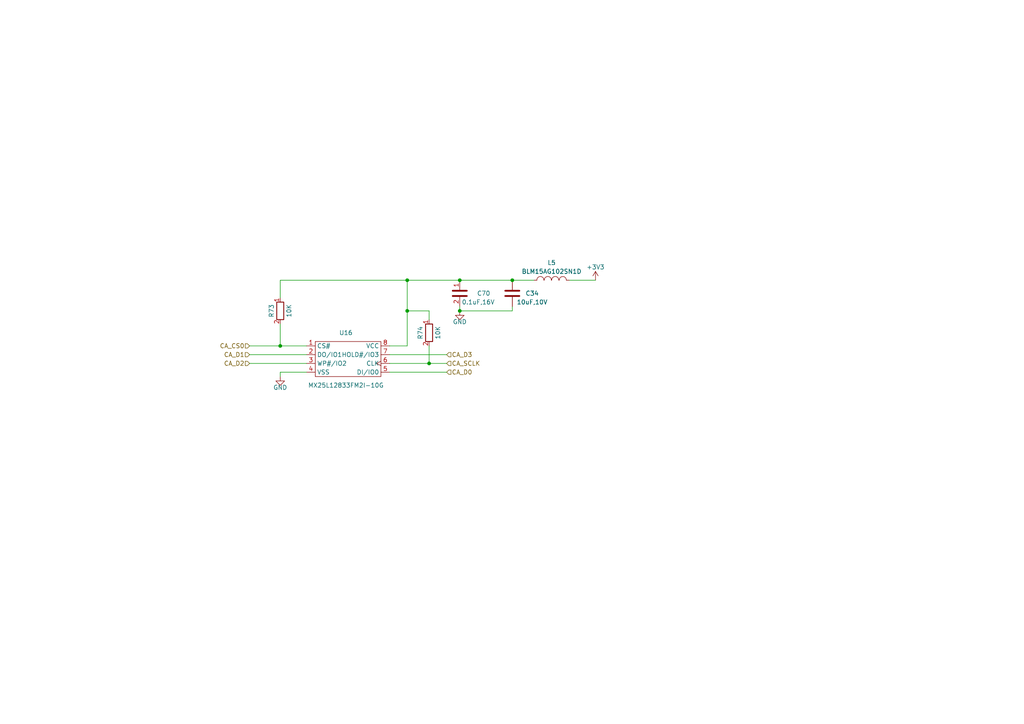
<source format=kicad_sch>
(kicad_sch (version 20230121) (generator eeschema)
  (paper "A4")
  (lib_symbols
    (symbol "0.1uF,16V_1" (pin_names (offset 0.254))
      (property "Reference" "C" (at 0.635 2.54 0))
      (property "Value" "0.1uF,16V_1" (at 0.635 -2.54 0))
      (symbol "0.1uF,16V_1_0_1"
        (polyline (pts (xy -2.032 -0.762) (xy 2.032 -0.762)) (stroke (width 0.508)))
        (polyline (pts (xy -2.032 0.762) (xy 2.032 0.762)) (stroke (width 0.508)))
      )
      (symbol "0.1uF,16V_1_1_1"
        (pin passive line (at 0 3.81 270) (length 2.794) (name "~") (number "1"))
        (pin passive line (at 0 -3.81 90) (length 2.794) (name "~") (number "2"))
      )
    )
    (symbol "02_HPM_Resis:0Ω" (pin_names (offset 0))
      (property "Reference" "R" (at -3.81 0.635 0))
      (property "Value" "0Ω" (at 5.08 0.635 0))
      (symbol "0Ω_0_1"
        (rectangle (start 2.54 -1.016) (end -2.54 1.016) (stroke (width 0.254)))
      )
      (symbol "0Ω_1_1"
        (pin passive line (at -3.81 0 0) (length 1.27) (name "~") (number "1"))
        (pin passive line (at 3.81 0 180) (length 1.27) (name "~") (number "2"))
      )
    )
    (symbol "03_HPM_CAP:10uF,10V" (pin_numbers hide) (pin_names (offset 0.254))
      (property "Reference" "C" (at 0.635 2.54 0))
      (property "Value" "10uF,10V" (at 0.635 -2.54 0))
      (symbol "10uF,10V_0_1"
        (polyline (pts (xy -2.032 -0.762) (xy 2.032 -0.762)) (stroke (width 0.508)))
        (polyline (pts (xy -2.032 0.762) (xy 2.032 0.762)) (stroke (width 0.508)))
      )
      (symbol "10uF,10V_1_1"
        (pin passive line (at 0 3.81 270) (length 2.794) (name "~") (number "1"))
        (pin passive line (at 0 -3.81 90) (length 2.794) (name "~") (number "2"))
      )
    )
    (symbol "0Ω_1" (pin_names (offset 0))
      (property "Reference" "R" (at -3.81 0.635 0))
      (property "Value" "0Ω_1" (at 5.08 0.635 0))
      (symbol "0Ω_1_0_1"
        (rectangle (start 2.54 -1.016) (end -2.54 1.016) (stroke (width 0.254)))
      )
      (symbol "0Ω_1_1_1"
        (pin passive line (at -3.81 0 0) (length 1.27) (name "~") (number "1"))
        (pin passive line (at 3.81 0 180) (length 1.27) (name "~") (number "2"))
      )
    )
    (symbol "HPM_EVK2:MX25L12833FM2I-10G"
      (property "Reference" "U" (at 0 6.35 0))
      (property "Value" "MX25L12833FM2I-10G" (at 0 -6.35 0))
      (symbol "MX25L12833FM2I-10G_0_1"
        (rectangle (start -8.89 5.08) (end 10.16 -5.08))
        (pin input line (at -11.43 3.81 0) (length 2.54) (name "CS#") (number "1"))
        (pin bidirectional line (at -11.43 1.27 0) (length 2.54) (name "DO/IO1") (number "2"))
        (pin bidirectional line (at -11.43 -1.27 0) (length 2.54) (name "WP#/IO2") (number "3"))
        (pin input line (at -11.43 -3.81 0) (length 2.54) (name "VSS") (number "4"))
        (pin input line (at 12.7 -3.81 180) (length 2.54) (name "DI/IO0") (number "5"))
        (pin input clock (at 12.7 -1.27 180) (length 2.54) (name "CLK") (number "6"))
        (pin bidirectional line (at 12.7 1.27 180) (length 2.54) (name "HOLD#/IO3") (number "7"))
        (pin input line (at 12.7 3.81 180) (length 2.54) (name "VCC") (number "8"))
      )
    )
    (symbol "kicad_lceda:BLM15AG102SN1D" (pin_numbers hide) (pin_names (offset 1.016) hide)
      (property "Reference" "L" (at 0 3.6576 0))
      (property "Value" "BLM15AG102SN1D" (at 0 8.7376 0))
      (symbol "BLM15AG102SN1D_1_1"
        (polyline (pts (xy 2.2098 0) (xy 2.2098 0.2032) (xy 2.2352 0.381) (xy 2.3114 0.5588) (xy 2.4384 0.7366) (xy 2.5654 0.8636) (xy 2.7432 0.9652) (xy 2.921 1.0414) (xy 3.1242 1.0668) (xy 3.3274 1.0668) (xy 3.5052 1.0414) (xy 3.7084 0.9652) (xy 3.8608 0.8382) (xy 4.0132 0.7112) (xy 4.1148 0.5334) (xy 4.191 0.3556) (xy 4.2164 0.1778) (xy 4.2164 0)) (stroke (width 0.1524)))
        (polyline (pts (xy -4.2926 0) (xy -4.2926 0.2032) (xy -4.2672 0.381) (xy -4.191 0.5588) (xy -4.064 0.7366) (xy -3.937 0.8636) (xy -3.7592 0.9652) (xy -3.5814 1.0414) (xy -3.3782 1.0922) (xy -3.2004 1.0922) (xy -2.9972 1.0414) (xy -2.8194 0.9652) (xy -2.6416 0.8636) (xy -2.5146 0.7366) (xy -2.3876 0.5588) (xy -2.3114 0.381) (xy -2.286 0.2032) (xy -2.286 0) (xy -2.286 0)) (stroke (width 0.1524)))
        (polyline (pts (xy -2.1336 0) (xy -2.159 0.2032) (xy -2.1082 0.381) (xy -2.032 0.5588) (xy -1.9304 0.7366) (xy -1.778 0.8636) (xy -1.6256 0.9652) (xy -1.4224 1.0414) (xy -1.2446 1.0922) (xy -1.0414 1.0922) (xy -0.8382 1.0414) (xy -0.6604 0.9906) (xy -0.4826 0.8636) (xy -0.3556 0.7366) (xy -0.2286 0.5842) (xy -0.1524 0.381) (xy -0.127 0.2032) (xy -0.127 0) (xy -0.127 0)) (stroke (width 0.1524)))
        (polyline (pts (xy 0 0) (xy 0 0.2032) (xy 0.0508 0.381) (xy 0.127 0.5588) (xy 0.2286 0.7366) (xy 0.381 0.8636) (xy 0.5334 0.9652) (xy 0.7112 1.0414) (xy 0.9144 1.0922) (xy 1.1176 1.0922) (xy 1.3208 1.0414) (xy 1.4986 0.9906) (xy 1.651 0.8636) (xy 1.8034 0.7366) (xy 1.905 0.5842) (xy 1.9812 0.381) (xy 2.032 0.2032) (xy 2.032 0) (xy 2.032 0)) (stroke (width 0.1524)))
        (pin input line (at -5.08 0 0) (length 0.762) (name "1") (number "1"))
        (pin input line (at 5.08 0 180) (length 0.762) (name "2") (number "2"))
      )
    )
    (symbol "power:+3V3" (power) (pin_names (offset 0))
      (property "Value" "+3V3" (at 0 3.556 0))
      (symbol "+3V3_0_1"
        (polyline (pts (xy -0.762 1.27) (xy 0 2.54)))
        (polyline (pts (xy 0 0) (xy 0 2.54)))
        (polyline (pts (xy 0 2.54) (xy 0.762 1.27)))
      )
      (symbol "+3V3_1_1"
        (pin power_in line (at 0 0 90) (length 0) hide (name "+3V3") (number "1"))
      )
    )
    (symbol "power:GND" (power) (pin_names (offset 0))
      (property "Value" "GND" (at 0 -3.81 0))
      (symbol "GND_0_1"
        (polyline (pts (xy 0 0) (xy 0 -1.27) (xy 1.27 -1.27) (xy 0 -2.54) (xy -1.27 -1.27) (xy 0 -1.27)))
      )
      (symbol "GND_1_1"
        (pin power_in line (at 0 0 270) (length 0) hide (name "GND") (number "1"))
      )
    )
  )
  (junction (at 148.59 81.28))
  (junction (at 133.35 81.28))
  (junction (at 124.46 105.41))
  (junction (at 118.11 90.17))
  (junction (at 81.28 100.33))
  (junction (at 118.11 81.28))
  (junction (at 133.35 90.17))
  (wire (pts (xy 148.59 88.9) (xy 148.59 90.17)))
  (wire (pts (xy 81.28 100.33) (xy 88.9 100.33)))
  (wire (pts (xy 118.11 100.33) (xy 118.11 90.17)))
  (wire (pts (xy 81.28 107.95) (xy 88.9 107.95)))
  (wire (pts (xy 81.28 93.98) (xy 81.28 100.33)))
  (wire (pts (xy 118.11 81.28) (xy 133.35 81.28)))
  (wire (pts (xy 81.28 81.28) (xy 118.11 81.28)))
  (wire (pts (xy 113.03 102.87) (xy 129.54 102.87)))
  (wire (pts (xy 113.03 107.95) (xy 129.54 107.95)))
  (wire (pts (xy 133.35 81.28) (xy 148.59 81.28)))
  (wire (pts (xy 133.35 90.17) (xy 148.59 90.17)))
  (wire (pts (xy 113.03 100.33) (xy 118.11 100.33)))
  (wire (pts (xy 72.39 100.33) (xy 81.28 100.33)))
  (wire (pts (xy 72.39 102.87) (xy 88.9 102.87)))
  (wire (pts (xy 124.46 90.17) (xy 118.11 90.17)))
  (wire (pts (xy 72.39 105.41) (xy 88.9 105.41)))
  (wire (pts (xy 133.35 88.9) (xy 133.35 90.17)))
  (wire (pts (xy 118.11 81.28) (xy 118.11 90.17)))
  (wire (pts (xy 81.28 109.22) (xy 81.28 107.95)))
  (wire (pts (xy 124.46 100.33) (xy 124.46 105.41)))
  (wire (pts (xy 124.46 90.17) (xy 124.46 92.71)))
  (wire (pts (xy 172.72 81.28) (xy 165.1 81.28)))
  (wire (pts (xy 124.46 105.41) (xy 129.54 105.41)))
  (wire (pts (xy 81.28 86.36) (xy 81.28 81.28)))
  (wire (pts (xy 113.03 105.41) (xy 124.46 105.41)))
  (wire (pts (xy 154.94 81.28) (xy 148.59 81.28)))
  (hierarchical_label "CA_D1" (shape input) (at 72.39 102.87 180))
  (hierarchical_label "CA_D0" (shape input) (at 129.54 107.95 0))
  (hierarchical_label "CA_CS0" (shape input) (at 72.39 100.33 180))
  (hierarchical_label "CA_D3" (shape input) (at 129.54 102.87 0))
  (hierarchical_label "CA_SCLK" (shape input) (at 129.54 105.41 0))
  (hierarchical_label "CA_D2" (shape input) (at 72.39 105.41 180))
  (symbol (lib_id "power:GND") (at 81.28 109.22 0) (unit 1)
    (property "Reference" "#PWR0185" (effects hide))
    (property "Value" "GND" (at 81.28 112.395 0))
    (instances (project "HPM6750_ADC_EVK_RevA" (path "" (reference "#PWR0185") (unit 1))) (project "EVK_REVC" (path "" (reference "#PWR0422") (unit 1))))
  )
  (symbol (lib_name "0.1uF,16V_1") (lib_id "03_HPM_CAP:0.1uF,16V") (at 133.35 85.09 0) (mirror y) (unit 1)
    (property "Reference" "C70" (at 142.24 85.09 0) (effects (justify left)))
    (property "Value" "0.1uF,16V" (at 143.51 87.63 0) (effects (justify left)))
    (property "Footprint" "03_HPM_CAP:C_0402_1005Metric" (effects hide))
    (instances (project "HPM6750_ADC_EVK_RevA" (path "" (reference "C70") (unit 1)) (path "" (reference "C113") (unit 1)) (path "" (reference "C123") (unit 1))) (project "EVK_REVC" (path "" (reference "C53") (unit 1))))
  )
  (symbol (lib_id "power:+3V3") (at 172.72 81.28 0) (unit 1)
    (property "Reference" "#PWR049" (effects hide))
    (property "Value" "+3V3" (at 172.72 77.47 0))
    (instances (project "HPM6750_ADC_EVK_RevA" (path "" (reference "#PWR049") (unit 1)) (path "" (reference "#PWR0164") (unit 1)) (path "" (reference "#PWR0171") (unit 1)) (path "" (reference "#PWR0178") (unit 1)) (path "" (reference "#PWR0186") (unit 1))))
  )
  (symbol (lib_name "0Ω_1") (lib_id "02_HPM_Resis:0Ω") (at 81.28 90.17 270) (unit 1)
    (property "Reference" "R73" (at 78.74 90.17 0))
    (property "Value" "10K" (at 83.82 90.17 0))
    (property "Footprint" "02_HPM_Resis:R_0402_1005Metric" (effects hide))
    (instances (project "HPM6750_ADC_EVK_RevA" (path "" (reference "R73") (unit 1))) (project "EVK_REVC" (path "" (reference "R26") (unit 1))))
  )
  (symbol (lib_id "03_HPM_CAP:10uF,10V") (at 148.59 85.09 0) (unit 1)
    (property "Reference" "C34" (at 152.4 85.09 0) (effects (justify left)))
    (property "Value" "10uF,10V" (at 149.86 87.63 0) (effects (justify left)))
    (property "Footprint" "03_HPM_CAP:C_0603_1608Metric" (effects hide))
    (instances (project "HPM6750_ADC_EVK_RevA" (path "" (reference "C34") (unit 1)) (path "" (reference "C107") (unit 1)) (path "" (reference "C124") (unit 1))))
  )
  (symbol (lib_id "kicad_lceda:BLM15AG102SN1D") (at 160.02 81.28 0) (unit 1)
    (property "Reference" "L5" (at 159.9946 76.2 0))
    (property "Value" "BLM15AG102SN1D" (at 159.9946 78.74 0))
    (property "Footprint" "kicad_lceda:L0402" (effects hide))
    (property "Datasheet" "http://www.szlcsc.com/product/details_78010.html" (effects hide))
    (property "SuppliersPartNumber" "C76883" (effects hide))
    (property "uuid" "std:31453510072c4f8e98ec6bbf092c7702" (effects hide))
    (instances (project "HPM6750_ADC_EVK_RevA" (path "" (reference "L5") (unit 1)) (path "" (reference "L11") (unit 1))))
  )
  (symbol (lib_id "02_HPM_Resis:0Ω") (at 124.46 96.52 270) (unit 1)
    (property "Reference" "R74" (at 121.92 96.52 0))
    (property "Value" "10K" (at 127 96.52 0))
    (property "Footprint" "02_HPM_Resis:R_0402_1005Metric" (effects hide))
    (instances (project "HPM6750_ADC_EVK_RevA" (path "" (reference "R74") (unit 1))) (project "EVK_REVC" (path "" (reference "R27") (unit 1))))
  )
  (symbol (lib_id "power:GND") (at 133.35 90.17 0) (unit 1)
    (property "Reference" "#PWR0170" (effects hide))
    (property "Value" "GND" (at 133.35 93.345 0))
    (instances (project "HPM6750_ADC_EVK_RevA" (path "" (reference "#PWR0170") (unit 1)) (path "" (reference "#PWR0183") (unit 1))) (project "EVK_REVC" (path "" (reference "#PWR0180") (unit 1))))
  )
  (symbol (lib_id "HPM_EVK2:MX25L12833FM2I-10G") (at 100.33 104.14 0) (unit 1)
    (property "Reference" "U16" (at 100.33 96.52 0))
    (property "Value" "MX25L12833FM2I-10G" (at 100.33 111.76 0))
    (property "Footprint" "06_HPM_IC:SOIC-8_5.23x5.23mm_P1.27mm" (effects hide))
    (instances (project "HPM6750_ADC_EVK_RevA" (path "" (reference "U16") (unit 1))) (project "EVK_REVC" (path "" (reference "U5") (unit 1))))
  )
)
</source>
